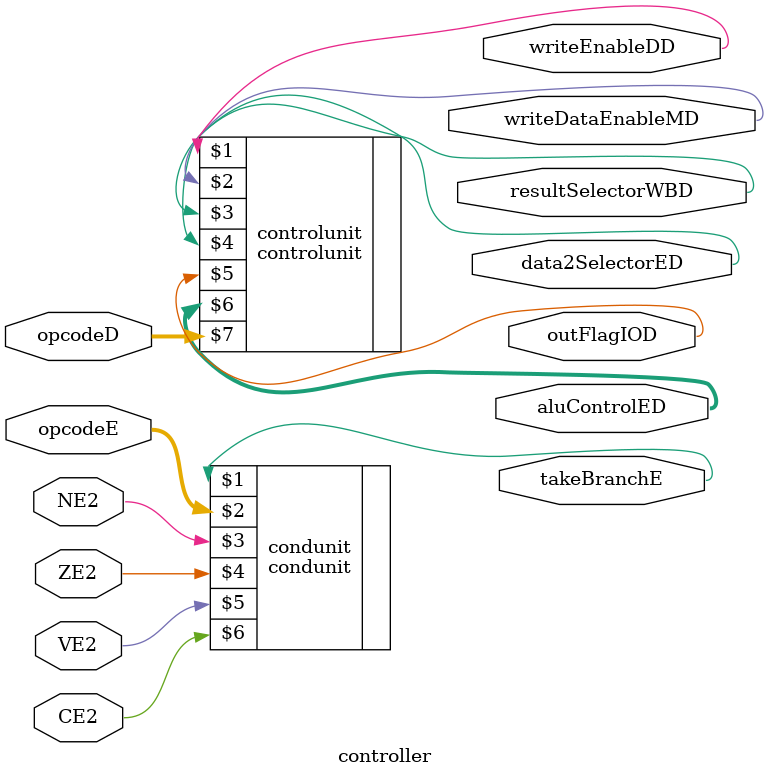
<source format=sv>
module controller #(parameter OPCODEWIDTH = 4)
			(
				output logic writeEnableDD, writeDataEnableMD, resultSelectorWBD, data2SelectorED, outFlagIOD,takeBranchE,
				output logic [2:0] aluControlED,
				input logic [OPCODEWIDTH-1:0] opcodeD,
				input logic [OPCODEWIDTH-1:0] opcodeE,
				input logic NE2, ZE2, VE2, CE2
			);
	
	//                             _______________
	//____________________________/ Control Unit  \_______________
	
	controlunit #(OPCODEWIDTH) controlunit(
		writeEnableDD, //----------------------------------------------------------------- output. Entra a Decode FF
		writeDataEnableMD, //------------------------------------------------------------- output. Entra a Decode FF
		resultSelectorWBD, //------------------------------------------------------------- output. Entra a Decode FF
		data2SelectorED, // -------------------------------------------------------------- output. Entra a Decode FF
		outFlagIOD, // ------------------------------------------------------------------- output Entra a Decode FF
		aluControlED, //------------------------------------------------------------------ output [2:0]. Entra a Decode FF
		opcodeD //------------------------------------------------------------------------ input [3:0]. viene del Decode y entra a Decode FF
	);
	
	
	
	
	//                             _______________
	//____________________________/ Cond Unit     \_______________	
	
	
	condunit #(OPCODEWIDTH) condunit
	(
	 takeBranchE,  // -------------------------------------------------------------------- output
	 opcodeE,      // -------------------------------------------------------------------- input
	 NE2, ZE2, VE2, CE2 //---------------------------------------------------------------- input
	);
			
	
endmodule 
</source>
